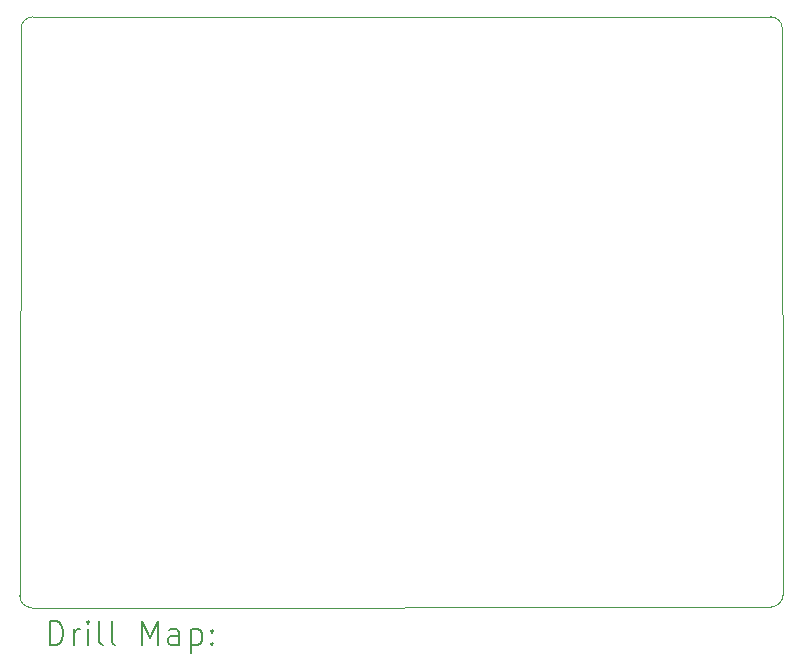
<source format=gbr>
%TF.GenerationSoftware,KiCad,Pcbnew,7.0.6*%
%TF.CreationDate,2024-02-20T00:48:51-05:00*%
%TF.ProjectId,AD7768_breakout,41443737-3638-45f6-9272-65616b6f7574,rev?*%
%TF.SameCoordinates,Original*%
%TF.FileFunction,Drillmap*%
%TF.FilePolarity,Positive*%
%FSLAX45Y45*%
G04 Gerber Fmt 4.5, Leading zero omitted, Abs format (unit mm)*
G04 Created by KiCad (PCBNEW 7.0.6) date 2024-02-20 00:48:51*
%MOMM*%
%LPD*%
G01*
G04 APERTURE LIST*
%ADD10C,0.100000*%
%ADD11C,0.200000*%
G04 APERTURE END LIST*
D10*
X22517516Y-9982616D02*
X16255367Y-9989884D01*
X16155251Y-9889634D02*
X16167251Y-5087250D01*
X16155257Y-9889634D02*
G75*
G03*
X16255367Y-9989883I99993J-256D01*
G01*
X22612600Y-5087400D02*
G75*
G03*
X22512600Y-4987500I-100000J-100D01*
G01*
X22612600Y-5087400D02*
X22617400Y-9882516D01*
X22517516Y-9982620D02*
G75*
G03*
X22617400Y-9882516I-116J100000D01*
G01*
X16267250Y-4987500D02*
X22512600Y-4987500D01*
X16267250Y-4987500D02*
G75*
G03*
X16167251Y-5087250I0J-100000D01*
G01*
D11*
X16411028Y-10306367D02*
X16411028Y-10106367D01*
X16411028Y-10106367D02*
X16458647Y-10106367D01*
X16458647Y-10106367D02*
X16487218Y-10115891D01*
X16487218Y-10115891D02*
X16506266Y-10134939D01*
X16506266Y-10134939D02*
X16515789Y-10153986D01*
X16515789Y-10153986D02*
X16525313Y-10192082D01*
X16525313Y-10192082D02*
X16525313Y-10220653D01*
X16525313Y-10220653D02*
X16515789Y-10258748D01*
X16515789Y-10258748D02*
X16506266Y-10277796D01*
X16506266Y-10277796D02*
X16487218Y-10296844D01*
X16487218Y-10296844D02*
X16458647Y-10306367D01*
X16458647Y-10306367D02*
X16411028Y-10306367D01*
X16611028Y-10306367D02*
X16611028Y-10173034D01*
X16611028Y-10211129D02*
X16620551Y-10192082D01*
X16620551Y-10192082D02*
X16630075Y-10182558D01*
X16630075Y-10182558D02*
X16649123Y-10173034D01*
X16649123Y-10173034D02*
X16668170Y-10173034D01*
X16734837Y-10306367D02*
X16734837Y-10173034D01*
X16734837Y-10106367D02*
X16725313Y-10115891D01*
X16725313Y-10115891D02*
X16734837Y-10125415D01*
X16734837Y-10125415D02*
X16744361Y-10115891D01*
X16744361Y-10115891D02*
X16734837Y-10106367D01*
X16734837Y-10106367D02*
X16734837Y-10125415D01*
X16858647Y-10306367D02*
X16839599Y-10296844D01*
X16839599Y-10296844D02*
X16830075Y-10277796D01*
X16830075Y-10277796D02*
X16830075Y-10106367D01*
X16963409Y-10306367D02*
X16944361Y-10296844D01*
X16944361Y-10296844D02*
X16934837Y-10277796D01*
X16934837Y-10277796D02*
X16934837Y-10106367D01*
X17191980Y-10306367D02*
X17191980Y-10106367D01*
X17191980Y-10106367D02*
X17258647Y-10249225D01*
X17258647Y-10249225D02*
X17325313Y-10106367D01*
X17325313Y-10106367D02*
X17325313Y-10306367D01*
X17506266Y-10306367D02*
X17506266Y-10201606D01*
X17506266Y-10201606D02*
X17496742Y-10182558D01*
X17496742Y-10182558D02*
X17477694Y-10173034D01*
X17477694Y-10173034D02*
X17439599Y-10173034D01*
X17439599Y-10173034D02*
X17420551Y-10182558D01*
X17506266Y-10296844D02*
X17487218Y-10306367D01*
X17487218Y-10306367D02*
X17439599Y-10306367D01*
X17439599Y-10306367D02*
X17420551Y-10296844D01*
X17420551Y-10296844D02*
X17411028Y-10277796D01*
X17411028Y-10277796D02*
X17411028Y-10258748D01*
X17411028Y-10258748D02*
X17420551Y-10239701D01*
X17420551Y-10239701D02*
X17439599Y-10230177D01*
X17439599Y-10230177D02*
X17487218Y-10230177D01*
X17487218Y-10230177D02*
X17506266Y-10220653D01*
X17601504Y-10173034D02*
X17601504Y-10373034D01*
X17601504Y-10182558D02*
X17620551Y-10173034D01*
X17620551Y-10173034D02*
X17658647Y-10173034D01*
X17658647Y-10173034D02*
X17677694Y-10182558D01*
X17677694Y-10182558D02*
X17687218Y-10192082D01*
X17687218Y-10192082D02*
X17696742Y-10211129D01*
X17696742Y-10211129D02*
X17696742Y-10268272D01*
X17696742Y-10268272D02*
X17687218Y-10287320D01*
X17687218Y-10287320D02*
X17677694Y-10296844D01*
X17677694Y-10296844D02*
X17658647Y-10306367D01*
X17658647Y-10306367D02*
X17620551Y-10306367D01*
X17620551Y-10306367D02*
X17601504Y-10296844D01*
X17782456Y-10287320D02*
X17791980Y-10296844D01*
X17791980Y-10296844D02*
X17782456Y-10306367D01*
X17782456Y-10306367D02*
X17772932Y-10296844D01*
X17772932Y-10296844D02*
X17782456Y-10287320D01*
X17782456Y-10287320D02*
X17782456Y-10306367D01*
X17782456Y-10182558D02*
X17791980Y-10192082D01*
X17791980Y-10192082D02*
X17782456Y-10201606D01*
X17782456Y-10201606D02*
X17772932Y-10192082D01*
X17772932Y-10192082D02*
X17782456Y-10182558D01*
X17782456Y-10182558D02*
X17782456Y-10201606D01*
M02*

</source>
